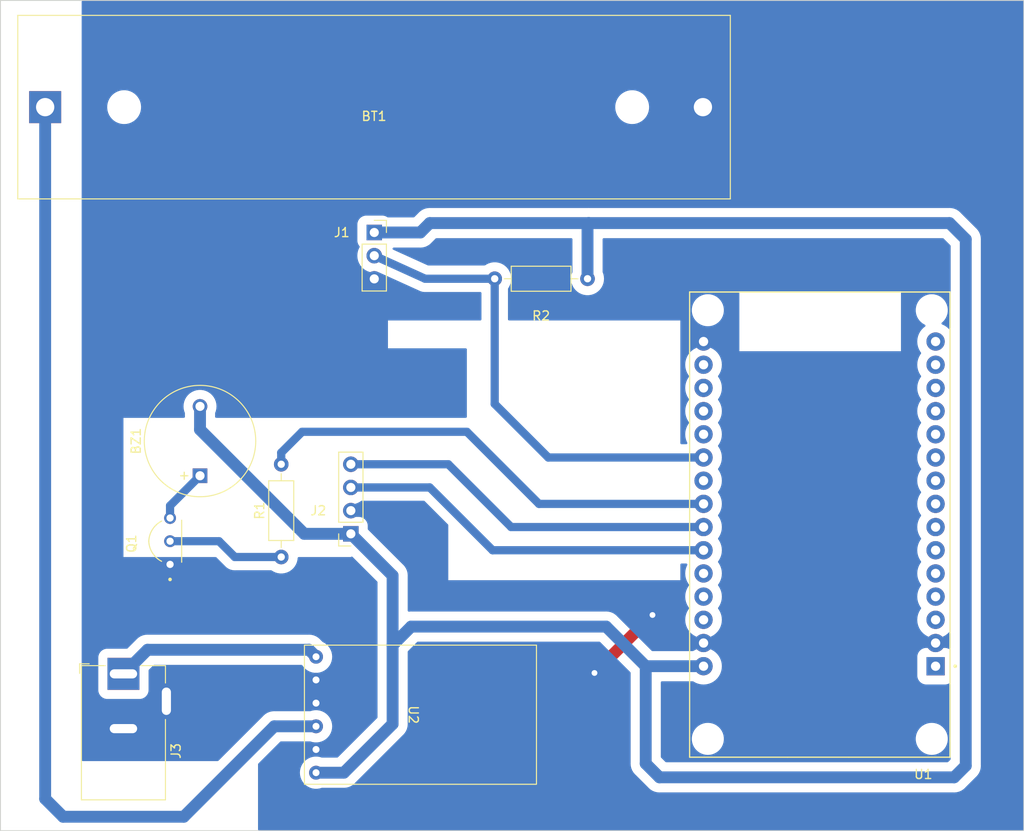
<source format=kicad_pcb>
(kicad_pcb (version 20221018) (generator pcbnew)
  (layers (0 "F.Cu" signal) (31 "B.Cu" signal) (34 "B.Paste" user) (35 "F.Paste" user) (36 "B.SilkS" user "B.Silkscreen") (37 "F.SilkS" user "F.Silkscreen") (38 "B.Mask" user) (39 "F.Mask" user) (44 "Edge.Cuts" user))
  (net 0 "")
  (net 1 "GND")
  (net 2 "Net-(BZ1--)")
  (net 3 "D32")
  (net 4 "+5V")
  (net 5 "D27")
  (net 6 "D26")
  (net 7 "D25")
  (net 30 "Net-(Q1-Pad2)")
  (net 31 "+BATT")
  (net 32 "+VDC")
  (footprint "Battery:BatteryHolder_MPD_BH-18650-PC2" (layer "F.Cu") (at 65.6 42.164)
    (fp_text reference "BT1" (at 36 1) (layer "F.SilkS"))
    (fp_text value "Battery")
    (fp_line (start -3 -10.05) (end 75 -10.05) (stroke (width 0.12)) (layer "F.SilkS"))
    (fp_line (start -3 10.05) (end -3 -10.05) (stroke (width 0.12)) (layer "F.SilkS"))
    (fp_line (start 75 -10.05) (end 75 10.05) (stroke (width 0.12)) (layer "F.SilkS"))
    (fp_line (start 75 10.05) (end -3 10.05) (stroke (width 0.12)) (layer "F.SilkS"))
    (pad "" np_thru_hole circle (at 8.645 0) (size 3.2 3.2) (drill 3.2) (layers "*.Cu" "*.Mask"))
    (pad "" np_thru_hole circle (at 64.255 0) (size 3.2 3.2) (drill 3.2) (layers "*.Cu" "*.Mask"))
    (pad "1" thru_hole rect (at 0 0) (size 3.5 3.5) (drill 2) (layers "*.Cu" "*.Mask") (net 31 "+BATT"))
    (pad "2" thru_hole circle (at 72 0) (size 3.5 3.5) (drill 2) (layers "*.Cu" "*.Mask") (net 1 "GND"))
  )
  (footprint "Connector_PinSocket_2.54mm:PinSocket_1x04_P2.54mm_Vertical" (layer "F.Cu") (at 99.06 88.9 180)
    (fp_text reference "J2" (at 3.556 2.54) (layer "F.SilkS"))
    (fp_text value "Display - Sockets" hide)
    (fp_line (start -1.33 1.27) (end -1.33 8.95) (stroke (width 0.12)) (layer "F.SilkS"))
    (fp_line (start -1.33 1.27) (end 1.33 1.27) (stroke (width 0.12)) (layer "F.SilkS"))
    (fp_line (start -1.33 8.95) (end 1.33 8.95) (stroke (width 0.12)) (layer "F.SilkS"))
    (fp_line (start 0 -1.33) (end 1.33 -1.33) (stroke (width 0.12)) (layer "F.SilkS"))
    (fp_line (start 1.33 -1.33) (end 1.33 0) (stroke (width 0.12)) (layer "F.SilkS"))
    (fp_line (start 1.33 1.27) (end 1.33 8.95) (stroke (width 0.12)) (layer "F.SilkS"))
    (pad "1" thru_hole rect (at 0 0 180) (size 1.7 1.7) (drill 1) (layers "*.Cu" "*.Mask") (net 4 "+5V"))
    (pad "2" thru_hole oval (at 0 2.54 180) (size 1.7 1.7) (drill 1) (layers "*.Cu" "*.Mask") (net 1 "GND"))
    (pad "3" thru_hole oval (at 0 5.08 180) (size 1.7 1.7) (drill 1) (layers "*.Cu" "*.Mask") (net 5 "D27"))
    (pad "4" thru_hole oval (at 0 7.62 180) (size 1.7 1.7) (drill 1) (layers "*.Cu" "*.Mask") (net 6 "D26"))
  )
  (footprint "ESP32-DEVKIT-V1:MODULE_ESP32_DEVKIT_V1" (layer "F.Cu") (at 150.368 87.884 180)
    (fp_text reference "U1" (at -11.355 -27.36 180) (layer "F.SilkS"))
    (fp_text value "ESP32-DEVKIT-V1")
    (fp_line (start -14.28 -25.475) (end -3.211 -25.475) (stroke (width 0.127)) (layer "F.SilkS"))
    (fp_line (start -14.28 -25.475) (end 14.23 -25.475) (stroke (width 0.127)) (layer "F.SilkS"))
    (fp_line (start -14.28 25.475) (end -14.28 -25.475) (stroke (width 0.127)) (layer "F.SilkS"))
    (fp_line (start -14.28 25.475) (end -14.28 -25.475) (stroke (width 0.127)) (layer "F.SilkS"))
    (fp_line (start -14.28 25.475) (end -8.91 25.475) (stroke (width 0.127)) (layer "F.SilkS"))
    (fp_line (start -8.91 25.475) (end 8.78 25.475) (stroke (width 0.127)) (layer "F.SilkS"))
    (fp_line (start -3.211 -25.475) (end 3.5 -25.475) (stroke (width 0.127)) (layer "F.SilkS"))
    (fp_line (start 3.5 -25.475) (end 14.23 -25.475) (stroke (width 0.127)) (layer "F.SilkS"))
    (fp_line (start 8.78 25.475) (end 14.23 25.475) (stroke (width 0.127)) (layer "F.SilkS"))
    (fp_line (start 14.23 -25.475) (end 14.23 25.475) (stroke (width 0.127)) (layer "F.SilkS"))
    (fp_line (start 14.23 -25.475) (end 14.23 25.475) (stroke (width 0.127)) (layer "F.SilkS"))
    (fp_line (start 14.23 25.475) (end -14.28 25.475) (stroke (width 0.127)) (layer "F.SilkS"))
    (fp_circle (center -14.85 -15.515) (end -14.75 -15.515) (stroke (width 0.2)) (fill none) (layer "F.SilkS"))
    (pad "" np_thru_hole circle (at -12.28 -23.475 180) (size 3 3) (drill 3) (layers "*.Cu" "*.Mask"))
    (pad "" np_thru_hole circle (at -12.28 23.475 180) (size 3 3) (drill 3) (layers "*.Cu" "*.Mask"))
    (pad "" np_thru_hole circle (at 12.23 -23.475 180) (size 3 3) (drill 3) (layers "*.Cu" "*.Mask"))
    (pad "" np_thru_hole circle (at 12.23 23.475 180) (size 3 3) (drill 3) (layers "*.Cu" "*.Mask"))
    (pad "1" thru_hole rect (at -12.7 -15.515 180) (size 2 2) (drill 1.02) (layers "*.Cu" "*.Mask"))
    (pad "2" thru_hole circle (at -12.7 -12.975 180) (size 2 2) (drill 1.02) (layers "*.Cu" "*.Mask") (net 1 "GND"))
    (pad "3" thru_hole circle (at -12.7 -10.435 180) (size 2 2) (drill 1.02) (layers "*.Cu" "*.Mask"))
    (pad "4" thru_hole circle (at -12.7 -7.895 180) (size 2 2) (drill 1.02) (layers "*.Cu" "*.Mask"))
    (pad "5" thru_hole circle (at -12.7 -5.355 180) (size 2 2) (drill 1.02) (layers "*.Cu" "*.Mask"))
    (pad "6" thru_hole circle (at -12.7 -2.815 180) (size 2 2) (drill 1.02) (layers "*.Cu" "*.Mask"))
    (pad "7" thru_hole circle (at -12.7 -0.275 180) (size 2 2) (drill 1.02) (layers "*.Cu" "*.Mask"))
    (pad "8" thru_hole circle (at -12.7 2.265 180) (size 2 2) (drill 1.02) (layers "*.Cu" "*.Mask"))
    (pad "9" thru_hole circle (at -12.7 4.805 180) (size 2 2) (drill 1.02) (layers "*.Cu" "*.Mask"))
    (pad "10" thru_hole circle (at -12.7 7.345 180) (size 2 2) (drill 1.02) (layers "*.Cu" "*.Mask"))
    (pad "11" thru_hole circle (at -12.7 9.885 180) (size 2 2) (drill 1.02) (layers "*.Cu" "*.Mask"))
    (pad "12" thru_hole circle (at -12.7 12.425 180) (size 2 2) (drill 1.02) (layers "*.Cu" "*.Mask"))
    (pad "13" thru_hole circle (at -12.7 14.965 180) (size 2 2) (drill 1.02) (layers "*.Cu" "*.Mask"))
    (pad "14" thru_hole circle (at -12.7 17.505 180) (size 2 2) (drill 1.02) (layers "*.Cu" "*.Mask"))
    (pad "15" thru_hole circle (at -12.7 20.045 180) (size 2 2) (drill 1.02) (layers "*.Cu" "*.Mask"))
    (pad "16" thru_hole circle (at 12.7 20.045 180) (size 2 2) (drill 1.02) (layers "*.Cu" "*.Mask") (net 1 "GND"))
    (pad "17" thru_hole circle (at 12.7 17.505 180) (size 2 2) (drill 1.02) (layers "*.Cu" "*.Mask"))
    (pad "18" thru_hole circle (at 12.7 14.965 180) (size 2 2) (drill 1.02) (layers "*.Cu" "*.Mask"))
    (pad "19" thru_hole circle (at 12.7 12.425 180) (size 2 2) (drill 1.02) (layers "*.Cu" "*.Mask"))
    (pad "20" thru_hole circle (at 12.7 9.885 180) (size 2 2) (drill 1.02) (layers "*.Cu" "*.Mask"))
    (pad "21" thru_hole circle (at 12.7 7.345 180) (size 2 2) (drill 1.02) (layers "*.Cu" "*.Mask") (net 3 "D32"))
    (pad "22" thru_hole circle (at 12.7 4.805 180) (size 2 2) (drill 1.02) (layers "*.Cu" "*.Mask"))
    (pad "23" thru_hole circle (at 12.7 2.265 180) (size 2 2) (drill 1.02) (layers "*.Cu" "*.Mask") (net 7 "D25"))
    (pad "24" thru_hole circle (at 12.7 -0.275 180) (size 2 2) (drill 1.02) (layers "*.Cu" "*.Mask") (net 6 "D26"))
    (pad "25" thru_hole circle (at 12.7 -2.815 180) (size 2 2) (drill 1.02) (layers "*.Cu" "*.Mask") (net 5 "D27"))
    (pad "26" thru_hole circle (at 12.7 -5.355 180) (size 2 2) (drill 1.02) (layers "*.Cu" "*.Mask"))
    (pad "27" thru_hole circle (at 12.7 -7.895 180) (size 2 2) (drill 1.02) (layers "*.Cu" "*.Mask"))
    (pad "28" thru_hole circle (at 12.7 -10.435 180) (size 2 2) (drill 1.02) (layers "*.Cu" "*.Mask"))
    (pad "29" thru_hole circle (at 12.7 -12.975 180) (size 2 2) (drill 1.02) (layers "*.Cu" "*.Mask") (net 1 "GND"))
    (pad "30" thru_hole circle (at 12.7 -15.515 180) (size 2 2) (drill 1.02) (layers "*.Cu" "*.Mask") (net 4 "+5V"))
    (zone (net 0) (net_name "") (layer "B.Cu") (connect_pads (clearance 0)) (min_thickness 0.01)
      (keepout (tracks not_allowed) (vias not_allowed) (pads not_allowed) (copperpour not_allowed) (footprints allowed))
      (fill (thermal_gap 0.508) (thermal_bridge_width 0.508))
      (polygon (pts (xy 159.278 68.899) (xy 141.588 68.899) (xy 141.588 62.409) (xy 159.278 62.409)))
    )
  )
  (footprint "cd42:mh-cd42" (layer "F.Cu") (at 106.68 108.712 -90)
    (fp_text reference "U2" (at 0 0.77 -90 unlocked) (layer "F.SilkS"))
    (fp_text value "mh-cd42")
    (fp_rect (start -7.62 -12.7) (end 7.62 12.7) (stroke (width 0.12)) (fill none) (layer "F.SilkS"))
    (pad "1" thru_hole circle (at -6.35 11.43 270) (size 1.524 1.524) (drill 0.762) (layers "*.Cu" "*.Mask") (net 32 "+VDC"))
    (pad "2" thru_hole circle (at -3.81 11.43 270) (size 1.524 1.524) (drill 0.762) (layers "*.Cu" "*.Mask") (net 1 "GND"))
    (pad "3" thru_hole circle (at -1.27 11.43 270) (size 1.524 1.524) (drill 0.762) (layers "*.Cu" "*.Mask") (net 1 "GND"))
    (pad "4" thru_hole circle (at 1.27 11.43 270) (size 1.524 1.524) (drill 0.762) (layers "*.Cu" "*.Mask") (net 31 "+BATT"))
    (pad "5" thru_hole circle (at 3.81 11.43 270) (size 1.524 1.524) (drill 0.762) (layers "*.Cu" "*.Mask") (net 1 "GND"))
    (pad "6" thru_hole circle (at 6.35 11.43 270) (size 1.524 1.524) (drill 0.762) (layers "*.Cu" "*.Mask") (net 4 "+5V"))
  )
  (footprint "Buzzer_Beeper:MagneticBuzzer_ProSignal_ABI-009-RC" (layer "F.Cu") (at 82.55 82.54 90)
    (fp_text reference "BZ1" (at 3.8 -7 90) (layer "F.SilkS"))
    (fp_text value "Buzzer")
    (fp_text user "+" (at 0 -1.8 90) (layer "F.SilkS"))
    (fp_circle (center 3.8 0) (end 9.9 0) (stroke (width 0.12)) (fill none) (layer "F.SilkS"))
    (pad "1" thru_hole rect (at 0 0 90) (size 1.6 1.6) (drill 1) (layers "*.Cu" "*.Mask") (net 2 "Net-(BZ1--)"))
    (pad "2" thru_hole circle (at 7.6 0 90) (size 1.6 1.6) (drill 1) (layers "*.Cu" "*.Mask") (net 4 "+5V"))
  )
  (footprint "Connector_PinSocket_2.54mm:PinSocket_1x03_P2.54mm_Vertical" (layer "F.Cu") (at 101.625 55.895)
    (fp_text reference "J1" (at -3.556 0) (layer "F.SilkS"))
    (fp_text value "Sonda de Temperatura ")
    (fp_line (start -1.33 1.27) (end -1.33 6.41) (stroke (width 0.12)) (layer "F.SilkS"))
    (fp_line (start -1.33 1.27) (end 1.33 1.27) (stroke (width 0.12)) (layer "F.SilkS"))
    (fp_line (start -1.33 6.41) (end 1.33 6.41) (stroke (width 0.12)) (layer "F.SilkS"))
    (fp_line (start 0 -1.33) (end 1.33 -1.33) (stroke (width 0.12)) (layer "F.SilkS"))
    (fp_line (start 1.33 -1.33) (end 1.33 0) (stroke (width 0.12)) (layer "F.SilkS"))
    (fp_line (start 1.33 1.27) (end 1.33 6.41) (stroke (width 0.12)) (layer "F.SilkS"))
    (pad "1" thru_hole rect (at 0 0) (size 1.7 1.7) (drill 1) (layers "*.Cu" "*.Mask") (net 4 "+5V"))
    (pad "2" thru_hole oval (at 0 2.54) (size 1.7 1.7) (drill 1) (layers "*.Cu" "*.Mask") (net 3 "D32"))
    (pad "3" thru_hole oval (at 0 5.08) (size 1.7 1.7) (drill 1) (layers "*.Cu" "*.Mask") (net 1 "GND"))
  )
  (footprint "footprints:TO92254P470H750-3" (layer "F.Cu") (at 76.941 89.7075 90)
    (fp_text reference "Q1" (at -0.264 -1.887 90) (layer "F.SilkS"))
    (fp_text value "2N2222A")
    (fp_line (start -2.3 3.6) (end 2.3 3.6) (stroke (width 0.127)) (layer "F.SilkS"))
    (fp_arc (start -2.2 1.4) (mid -1.287564 0.405256) (end 0 0) (stroke (width 0.127)) (layer "F.SilkS"))
    (fp_arc (start 0 0) (mid 1.287564 0.405256) (end 2.2 1.4) (stroke (width 0.127)) (layer "F.SilkS"))
    (fp_circle (center -4.189 2.33) (end -4.089 2.33) (stroke (width 0.2)) (fill none) (layer "F.SilkS"))
    (pad "1" thru_hole rect (at -2.54 2.33 90) (size 1.298 1.298) (drill 0.79) (layers "*.Cu" "*.Mask") (net 1 "GND"))
    (pad "2" thru_hole circle (at 0 2.33 90) (size 1.298 1.298) (drill 0.79) (layers "*.Cu" "*.Mask") (net 30 "Net-(Q1-Pad2)"))
    (pad "3" thru_hole circle (at 2.54 2.33 90) (size 1.298 1.298) (drill 0.79) (layers "*.Cu" "*.Mask") (net 2 "Net-(BZ1--)"))
  )
  (footprint "Resistor_THT:R_Axial_DIN0207_L6.3mm_D2.5mm_P10.16mm_Horizontal" (layer "F.Cu") (at 91.44 91.44 90)
    (fp_text reference "R1" (at 5.08 -2.37 90) (layer "F.SilkS"))
    (fp_text value "1K")
    (fp_line (start 1.04 0) (end 1.81 0) (stroke (width 0.12)) (layer "F.SilkS"))
    (fp_line (start 1.81 -1.37) (end 1.81 1.37) (stroke (width 0.12)) (layer "F.SilkS"))
    (fp_line (start 1.81 1.37) (end 8.35 1.37) (stroke (width 0.12)) (layer "F.SilkS"))
    (fp_line (start 8.35 -1.37) (end 1.81 -1.37) (stroke (width 0.12)) (layer "F.SilkS"))
    (fp_line (start 8.35 1.37) (end 8.35 -1.37) (stroke (width 0.12)) (layer "F.SilkS"))
    (fp_line (start 9.12 0) (end 8.35 0) (stroke (width 0.12)) (layer "F.SilkS"))
    (pad "1" thru_hole circle (at 0 0 90) (size 1.6 1.6) (drill 0.8) (layers "*.Cu" "*.Mask") (net 30 "Net-(Q1-Pad2)"))
    (pad "2" thru_hole oval (at 10.16 0 90) (size 1.6 1.6) (drill 0.8) (layers "*.Cu" "*.Mask") (net 7 "D25"))
  )
  (footprint "Connector_BarrelJack:BarrelJack_Horizontal" (layer "F.Cu") (at 74.168 104.236 90)
    (fp_text reference "J3" (at -8.45 5.75 90) (layer "F.SilkS"))
    (fp_text value "Barrel_Jack_Switch")
    (fp_line (start -13.8 -4.6) (end 0.9 -4.6) (stroke (width 0.12)) (layer "F.SilkS"))
    (fp_line (start -13.8 4.6) (end -13.8 -4.6) (stroke (width 0.12)) (layer "F.SilkS"))
    (fp_line (start -5 4.6) (end -13.8 4.6) (stroke (width 0.12)) (layer "F.SilkS"))
    (fp_line (start 0.05 -4.8) (end 1.1 -4.8) (stroke (width 0.12)) (layer "F.SilkS"))
    (fp_line (start 0.9 -4.6) (end 0.9 -2) (stroke (width 0.12)) (layer "F.SilkS"))
    (fp_line (start 0.9 1.9) (end 0.9 4.6) (stroke (width 0.12)) (layer "F.SilkS"))
    (fp_line (start 0.9 4.6) (end -1 4.6) (stroke (width 0.12)) (layer "F.SilkS"))
    (fp_line (start 1.1 -3.75) (end 1.1 -4.8) (stroke (width 0.12)) (layer "F.SilkS"))
    (pad "1" thru_hole rect (at 0 0 90) (size 3.5 3.5) (drill oval 1 3) (layers "*.Cu" "*.Mask") (net 32 "+VDC"))
    (pad "2" thru_hole roundrect (at -6 0 90) (size 3 3.5) (drill oval 1 3) (layers "*.Cu" "*.Mask") (net 1 "GND"))
    (pad "3" thru_hole roundrect (at -3 4.7 90) (size 3.5 3.5) (drill oval 3 1) (layers "*.Cu" "*.Mask") (net 1 "GND"))
  )
  (footprint "Resistor_THT:R_Axial_DIN0207_L6.3mm_D2.5mm_P10.16mm_Horizontal" (layer "F.Cu") (at 114.808 60.96)
    (fp_text reference "R2" (at 5.08 4.064) (layer "F.SilkS"))
    (fp_text value "1k")
    (fp_line (start 1.04 0) (end 1.81 0) (stroke (width 0.12)) (layer "F.SilkS"))
    (fp_line (start 1.81 -1.37) (end 1.81 1.37) (stroke (width 0.12)) (layer "F.SilkS"))
    (fp_line (start 1.81 1.37) (end 8.35 1.37) (stroke (width 0.12)) (layer "F.SilkS"))
    (fp_line (start 8.35 -1.37) (end 1.81 -1.37) (stroke (width 0.12)) (layer "F.SilkS"))
    (fp_line (start 8.35 1.37) (end 8.35 -1.37) (stroke (width 0.12)) (layer "F.SilkS"))
    (fp_line (start 9.12 0) (end 8.35 0) (stroke (width 0.12)) (layer "F.SilkS"))
    (pad "1" thru_hole circle (at 0 0) (size 1.6 1.6) (drill 0.8) (layers "*.Cu" "*.Mask") (net 3 "D32"))
    (pad "2" thru_hole oval (at 10.16 0) (size 1.6 1.6) (drill 0.8) (layers "*.Cu" "*.Mask") (net 4 "+5V"))
  )
  (gr_rect (start 60.706 30.48) (end 172.72 121.412) (stroke (width 0.1)) (fill none) (layer "Edge.Cuts"))
  (segment (start 132.08 97.79) (end 125.73 104.14) (width 1.3) (layer "F.Cu") (net 1))
  (via (at 125.73 104.14) (size 1.2) (drill 0.635) (layers "F.Cu" "B.Cu") (net 1))
  (via (at 132.08 97.79) (size 1.2) (drill 0.635) (layers "F.Cu" "B.Cu") (net 1))
  (segment (start 79.271 85.819) (end 82.55 82.54) (width 0.9) (layer "B.Cu") (net 2))
  (segment (start 79.271 87.1675) (end 79.271 85.819) (width 0.9) (layer "B.Cu") (net 2))
  (segment (start 101.625 58.435) (end 107.188 60.96) (width 0.9) (layer "B.Cu") (net 3))
  (segment (start 120.671 80.539) (end 137.668 80.539) (width 0.9) (layer "B.Cu") (net 3))
  (segment (start 114.808 74.676) (end 120.671 80.539) (width 0.9) (layer "B.Cu") (net 3))
  (segment (start 107.188 60.96) (end 114.808 60.96) (width 0.9) (layer "B.Cu") (net 3))
  (segment (start 114.808 60.96) (end 114.808 74.676) (width 0.9) (layer "B.Cu") (net 3))
  (segment (start 132.842 115.57) (end 131.339 114.067) (width 1.3) (layer "B.Cu") (net 4))
  (segment (start 124.968 54.991) (end 125.095 54.864) (width 1.3) (layer "B.Cu") (net 4))
  (segment (start 166.37 114.3) (end 165.1 115.57) (width 1.3) (layer "B.Cu") (net 4))
  (segment (start 124.968 60.96) (end 124.968 54.991) (width 1.3) (layer "B.Cu") (net 4))
  (segment (start 165.1 115.57) (end 132.842 115.57) (width 1.3) (layer "B.Cu") (net 4))
  (segment (start 105.664 99.06) (end 127 99.06) (width 1.3) (layer "B.Cu") (net 4))
  (segment (start 101.625 55.895) (end 101.625 55.855) (width 1.3) (layer "B.Cu") (net 4))
  (segment (start 164.592 54.864) (end 166.37 56.642) (width 1.3) (layer "B.Cu") (net 4))
  (segment (start 103.632 109.728) (end 103.632 101.092) (width 1.3) (layer "B.Cu") (net 4))
  (segment (start 103.632 101.092) (end 105.664 99.06) (width 1.3) (layer "B.Cu") (net 4))
  (segment (start 99.06 88.9) (end 103.632 93.472) (width 1.3) (layer "B.Cu") (net 4))
  (segment (start 98.298 115.062) (end 103.632 109.728) (width 1.3) (layer "B.Cu") (net 4))
  (segment (start 82.55 77.49) (end 93.96 88.9) (width 1.3) (layer "B.Cu") (net 4))
  (segment (start 127 99.06) (end 131.339 103.399) (width 1.3) (layer "B.Cu") (net 4))
  (segment (start 103.632 93.472) (end 103.632 101.092) (width 1.3) (layer "B.Cu") (net 4))
  (segment (start 101.625 55.895) (end 106.665 55.895) (width 1.3) (layer "B.Cu") (net 4))
  (segment (start 95.25 115.062) (end 98.298 115.062) (width 1.3) (layer "B.Cu") (net 4))
  (segment (start 93.96 88.9) (end 99.06 88.9) (width 1.3) (layer "B.Cu") (net 4))
  (segment (start 125.095 54.864) (end 164.592 54.864) (width 1.3) (layer "B.Cu") (net 4))
  (segment (start 131.339 103.399) (end 137.668 103.399) (width 1.3) (layer "B.Cu") (net 4))
  (segment (start 131.339 114.067) (end 131.339 103.399) (width 1.3) (layer "B.Cu") (net 4))
  (segment (start 82.55 74.94) (end 82.55 77.49) (width 1.3) (layer "B.Cu") (net 4))
  (segment (start 107.696 54.864) (end 125.095 54.864) (width 1.3) (layer "B.Cu") (net 4))
  (segment (start 166.37 56.642) (end 166.37 114.3) (width 1.3) (layer "B.Cu") (net 4))
  (segment (start 106.665 55.895) (end 107.696 54.864) (width 1.3) (layer "B.Cu") (net 4))
  (segment (start 114.575 90.699) (end 107.696 83.82) (width 0.9) (layer "B.Cu") (net 5))
  (segment (start 107.696 83.82) (end 99.06 83.82) (width 0.9) (layer "B.Cu") (net 5))
  (segment (start 137.668 90.699) (end 114.575 90.699) (width 0.9) (layer "B.Cu") (net 5))
  (segment (start 109.728 81.28) (end 99.06 81.28) (width 0.9) (layer "B.Cu") (net 6))
  (segment (start 137.668 88.159) (end 116.607 88.159) (width 0.9) (layer "B.Cu") (net 6))
  (segment (start 116.607 88.159) (end 109.728 81.28) (width 0.9) (layer "B.Cu") (net 6))
  (segment (start 137.668 85.619) (end 119.655 85.619) (width 0.9) (layer "B.Cu") (net 7))
  (segment (start 93.726 77.724) (end 91.44 80.01) (width 0.9) (layer "B.Cu") (net 7))
  (segment (start 119.655 85.619) (end 111.76 77.724) (width 0.9) (layer "B.Cu") (net 7))
  (segment (start 111.76 77.724) (end 93.726 77.724) (width 0.9) (layer "B.Cu") (net 7))
  (segment (start 91.44 80.01) (end 91.44 81.28) (width 0.9) (layer "B.Cu") (net 7))
  (segment (start 84.6275 89.7075) (end 79.271 89.7075) (width 0.9) (layer "B.Cu") (net 30))
  (segment (start 86.36 91.44) (end 84.6275 89.7075) (width 0.9) (layer "B.Cu") (net 30))
  (segment (start 91.44 91.44) (end 86.36 91.44) (width 0.9) (layer "B.Cu") (net 30))
  (segment (start 90.678 109.982) (end 95.25 109.982) (width 1.3) (layer "B.Cu") (net 31))
  (segment (start 65.6 117.924) (end 67.564 119.888) (width 1.3) (layer "B.Cu") (net 31))
  (segment (start 80.772 119.888) (end 90.678 109.982) (width 1.3) (layer "B.Cu") (net 31))
  (segment (start 65.6 42.164) (end 65.6 117.924) (width 1.3) (layer "B.Cu") (net 31))
  (segment (start 67.564 119.888) (end 80.772 119.888) (width 1.3) (layer "B.Cu") (net 31))
  (segment (start 74.168 104.236) (end 76.804 101.6) (width 1.3) (layer "B.Cu") (net 32))
  (segment (start 76.804 101.6) (end 94.488 101.6) (width 1.3) (layer "B.Cu") (net 32))
  (segment (start 94.488 101.6) (end 95.25 102.362) (width 1.3) (layer "B.Cu") (net 32))
  (zone (net 1) (net_name "GND") (layer "B.Cu") (connect_pads yes (clearance 1)) (min_thickness 0.25) (fill yes (thermal_gap 0.5) (thermal_bridge_width 0.5))
    (polygon (pts (xy 69.596 30.48) (xy 69.596 113.792) (xy 88.9 113.792) (xy 88.9 121.412) (xy 172.72 121.412) (xy 172.72 30.48) (xy 135.128 30.48) (xy 135.128 93.98) (xy 109.728 93.98) (xy 109.728 84.836) (xy 99.06 84.836) (xy 99.06 91.44) (xy 74.168 91.44) (xy 74.168 76.2) (xy 98.044 76.2) (xy 111.76 76.2) (xy 111.76 68.58) (xy 103.124 68.58) (xy 103.124 65.532) (xy 135.128 65.532) (xy 135.128 30.48)))
  )
)
</source>
